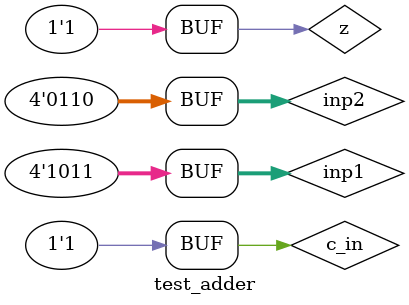
<source format=v>
module adder (
	input [3:0] a,b,
	input c_in,z,
	output reg [3:0] d, 
	output  reg c_out,
	output  reg [0:4] x
);
always @(z) begin 
	if(z)
	begin
		{c_out,d} = a+b+c_in; 
		x={c_out,d};
	end
	else begin
		{c_out,d} = a-b+c_in; 
		x={c_out,d};
	end
end
endmodule

module test_adder;
	wire [0:3] d;
	wire c_out;
	wire [0:4] x;
	reg [0:3] inp1, inp2;
	reg c_in,z;
	adder m( inp1, inp2, c_in,z, d,c_out,x);


	initial
	begin
		$dumpfile("test_adder.vcd");
     		$dumpvars(0,test_adder);
		inp1=4'b1011;
		inp2=4'b0110;
		c_in=1;
		z=0;
		repeat(5)
		#10 z=!z;
		
	end
	initial
	$monitor("inp1=%b  inp2=%b output=%d", inp1,inp2,x);
endmodule	
</source>
